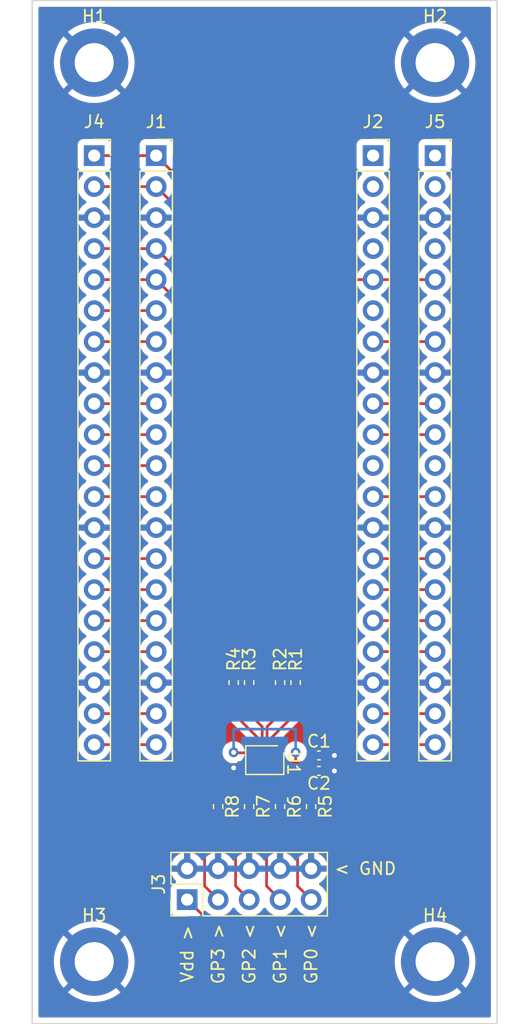
<source format=kicad_pcb>
(kicad_pcb (version 20211014) (generator pcbnew)
  (layers (0 "F.Cu" signal) (31 "B.Cu" signal) (34 "B.Paste" user) (35 "F.Paste" user) (36 "B.SilkS" user "B.Silkscreen") (37 "F.SilkS" user "F.Silkscreen") (38 "B.Mask" user) (39 "F.Mask" user) (44 "Edge.Cuts" user))
  (net 0 "")
  (net 1 "Net-(R1-Pad2)")
  (net 2 "Net-(R2-Pad2)")
  (net 3 "Net-(R3-Pad2)")
  (net 4 "Net-(R4-Pad2)")
  (net 5 "/GP7")
  (net 6 "/GP8")
  (net 7 "GND")
  (net 8 "Net-(C2-Pad1)")
  (net 9 "+3V3")
  (net 10 "/GP5")
  (net 11 "/GP6")
  (net 12 "/GP0")
  (net 13 "/GP1")
  (net 14 "/GP2")
  (net 15 "/GP3")
  (net 16 "/GP4")
  (net 17 "/GP9")
  (net 18 "/GP10")
  (net 19 "/GP11")
  (net 20 "/GP12")
  (net 21 "/GP13")
  (net 22 "/GP14")
  (net 23 "/GP15")
  (net 28 "/GP28")
  (net 29 "/GP27")
  (net 30 "/GP26")
  (net 32 "/GP22")
  (net 33 "/GP21")
  (net 34 "/GP20")
  (net 35 "/GP19")
  (net 36 "/GP18")
  (net 37 "/GP17")
  (net 38 "/GP16")
  (net 39 "Net-(J3-Pad9)")
  (net 40 "/b1")
  (net 41 "/b2")
  (net 42 "/b3")
  (net 43 "/b4")
  (net 44 "Net-(J3-Pad3)")
  (net 45 "Net-(J3-Pad5)")
  (net 46 "Net-(J3-Pad7)")
  (footprint "Connector_PinHeader_2.54mm:PinHeader_2x05_P2.54mm_Vertical" (layer "F.Cu") (at 93.98 119.38 90)
    (fp_text reference "J3" (at 1.27 -2.33 90) (layer "F.SilkS"))
    (fp_text value "Conn_02x05_Odd_Even")
    (fp_line (start 3.87 -1.33) (end 3.87 11.49) (layer "F.SilkS") (width 0.12))
    (fp_line (start -1.33 0) (end -1.33 -1.33) (layer "F.SilkS") (width 0.12))
    (fp_line (start -1.33 1.27) (end -1.33 11.49) (layer "F.SilkS") (width 0.12))
    (fp_line (start 1.27 -1.33) (end 3.87 -1.33) (layer "F.SilkS") (width 0.12))
    (fp_line (start 1.27 1.27) (end 1.27 -1.33) (layer "F.SilkS") (width 0.12))
    (fp_line (start -1.33 -1.33) (end 0 -1.33) (layer "F.SilkS") (width 0.12))
    (fp_line (start -1.33 11.49) (end 3.87 11.49) (layer "F.SilkS") (width 0.12))
    (fp_line (start -1.33 1.27) (end 1.27 1.27) (layer "F.SilkS") (width 0.12))
    (pad "1" thru_hole rect (at 0 0 90) (size 1.7 1.7) (drill 1) (layers *.Cu *.Mask) (net 8 "Net-(C2-Pad1)"))
    (pad "2" thru_hole oval (at 2.54 0 90) (size 1.7 1.7) (drill 1) (layers *.Cu *.Mask) (net 7 "GND"))
    (pad "3" thru_hole oval (at 0 2.54 90) (size 1.7 1.7) (drill 1) (layers *.Cu *.Mask) (net 44 "Net-(J3-Pad3)"))
    (pad "4" thru_hole oval (at 2.54 2.54 90) (size 1.7 1.7) (drill 1) (layers *.Cu *.Mask) (net 7 "GND"))
    (pad "5" thru_hole oval (at 0 5.08 90) (size 1.7 1.7) (drill 1) (layers *.Cu *.Mask) (net 45 "Net-(J3-Pad5)"))
    (pad "6" thru_hole oval (at 2.54 5.08 90) (size 1.7 1.7) (drill 1) (layers *.Cu *.Mask) (net 7 "GND"))
    (pad "7" thru_hole oval (at 0 7.62 90) (size 1.7 1.7) (drill 1) (layers *.Cu *.Mask) (net 46 "Net-(J3-Pad7)"))
    (pad "8" thru_hole oval (at 2.54 7.62 90) (size 1.7 1.7) (drill 1) (layers *.Cu *.Mask) (net 7 "GND"))
    (pad "9" thru_hole oval (at 0 10.16 90) (size 1.7 1.7) (drill 1) (layers *.Cu *.Mask) (net 39 "Net-(J3-Pad9)"))
    (pad "10" thru_hole oval (at 2.54 10.16 90) (size 1.7 1.7) (drill 1) (layers *.Cu *.Mask) (net 7 "GND"))
  )
  (footprint "Resistor_SMD:R_0402_1005Metric" (layer "F.Cu") (at 104.14 111.76 -90)
    (fp_text reference "R5" (at 0 -1.17 90) (layer "F.SilkS"))
    (fp_text value "82")
    (fp_line (start -0.153641 0.38) (end 0.153641 0.38) (layer "F.SilkS") (width 0.12))
    (fp_line (start -0.153641 -0.38) (end 0.153641 -0.38) (layer "F.SilkS") (width 0.12))
    (pad "1" smd roundrect (at -0.51 0 270) (size 0.54 0.64) (layers "F.Cu" "F.Paste" "F.Mask") (net 40 "/b1"))
    (pad "2" smd roundrect (at 0.51 0 270) (size 0.54 0.64) (layers "F.Cu" "F.Paste" "F.Mask") (net 39 "Net-(J3-Pad9)"))
  )
  (footprint "Resistor_SMD:R_0402_1005Metric" (layer "F.Cu") (at 99.06 101.6 -90)
    (fp_text reference "R3" (at -1.905 0 90) (layer "F.SilkS"))
    (fp_text value "470")
    (fp_line (start -0.153641 0.38) (end 0.153641 0.38) (layer "F.SilkS") (width 0.12))
    (fp_line (start -0.153641 -0.38) (end 0.153641 -0.38) (layer "F.SilkS") (width 0.12))
    (pad "1" smd roundrect (at -0.51 0 270) (size 0.54 0.64) (layers "F.Cu" "F.Paste" "F.Mask") (net 14 "/GP2"))
    (pad "2" smd roundrect (at 0.51 0 270) (size 0.54 0.64) (layers "F.Cu" "F.Paste" "F.Mask") (net 3 "Net-(R3-Pad2)"))
  )
  (footprint "Capacitor_SMD:C_0402_1005Metric" (layer "F.Cu") (at 104.775 108.835)
    (fp_text reference "C2" (at 0 1.02) (layer "F.SilkS"))
    (fp_text value "100n")
    (fp_line (start -0.107836 -0.36) (end 0.107836 -0.36) (layer "F.SilkS") (width 0.12))
    (fp_line (start -0.107836 0.36) (end 0.107836 0.36) (layer "F.SilkS") (width 0.12))
    (pad "1" smd roundrect (at -0.48 0) (size 0.56 0.62) (layers "F.Cu" "F.Paste" "F.Mask") (net 8 "Net-(C2-Pad1)"))
    (pad "2" smd roundrect (at 0.48 0) (size 0.56 0.62) (layers "F.Cu" "F.Paste" "F.Mask") (net 7 "GND"))
  )
  (footprint "Resistor_SMD:R_0402_1005Metric" (layer "F.Cu") (at 97.79 101.6 -90)
    (fp_text reference "R4" (at -1.905 0 90) (layer "F.SilkS"))
    (fp_text value "470")
    (fp_line (start -0.153641 0.38) (end 0.153641 0.38) (layer "F.SilkS") (width 0.12))
    (fp_line (start -0.153641 -0.38) (end 0.153641 -0.38) (layer "F.SilkS") (width 0.12))
    (pad "1" smd roundrect (at -0.51 0 270) (size 0.54 0.64) (layers "F.Cu" "F.Paste" "F.Mask") (net 15 "/GP3"))
    (pad "2" smd roundrect (at 0.51 0 270) (size 0.54 0.64) (layers "F.Cu" "F.Paste" "F.Mask") (net 4 "Net-(R4-Pad2)"))
  )
  (footprint "Resistor_SMD:R_0402_1005Metric" (layer "F.Cu") (at 101.6 101.6 -90)
    (fp_text reference "R2" (at -1.905 0 90) (layer "F.SilkS"))
    (fp_text value "470")
    (fp_line (start -0.153641 -0.38) (end 0.153641 -0.38) (layer "F.SilkS") (width 0.12))
    (fp_line (start -0.153641 0.38) (end 0.153641 0.38) (layer "F.SilkS") (width 0.12))
    (pad "1" smd roundrect (at -0.51 0 270) (size 0.54 0.64) (layers "F.Cu" "F.Paste" "F.Mask") (net 13 "/GP1"))
    (pad "2" smd roundrect (at 0.51 0 270) (size 0.54 0.64) (layers "F.Cu" "F.Paste" "F.Mask") (net 2 "Net-(R2-Pad2)"))
  )
  (footprint "MountingHole:MountingHole_3.2mm_M3_DIN965_Pad" (layer "F.Cu") (at 86.36 50.8)
    (fp_text reference "H1" (at 0 -3.8) (layer "F.SilkS"))
    (fp_text value "MountingHole_Pad")
    (pad "1" thru_hole circle (at 0 0) (size 5.6 5.6) (drill 3.2) (layers *.Cu *.Mask) (net 7 "GND"))
  )
  (footprint "Connector_PinSocket_2.54mm:PinSocket_1x20_P2.54mm_Vertical" (layer "F.Cu") (at 114.3 58.42)
    (fp_text reference "J5" (at 0 -2.77) (layer "F.SilkS"))
    (fp_text value "Conn_01x20_Female")
    (fp_line (start 1.33 1.27) (end 1.33 49.59) (layer "F.SilkS") (width 0.12))
    (fp_line (start -1.33 1.27) (end 1.33 1.27) (layer "F.SilkS") (width 0.12))
    (fp_line (start -1.33 49.59) (end 1.33 49.59) (layer "F.SilkS") (width 0.12))
    (fp_line (start -1.33 1.27) (end -1.33 49.59) (layer "F.SilkS") (width 0.12))
    (fp_line (start 0 -1.33) (end 1.33 -1.33) (layer "F.SilkS") (width 0.12))
    (fp_line (start 1.33 -1.33) (end 1.33 0) (layer "F.SilkS") (width 0.12))
    (pad "1" thru_hole rect (at 0 0) (size 1.7 1.7) (drill 1) (layers *.Cu *.Mask))
    (pad "2" thru_hole oval (at 0 2.54) (size 1.7 1.7) (drill 1) (layers *.Cu *.Mask))
    (pad "3" thru_hole oval (at 0 5.08) (size 1.7 1.7) (drill 1) (layers *.Cu *.Mask) (net 7 "GND"))
    (pad "4" thru_hole oval (at 0 7.62) (size 1.7 1.7) (drill 1) (layers *.Cu *.Mask))
    (pad "5" thru_hole oval (at 0 10.16) (size 1.7 1.7) (drill 1) (layers *.Cu *.Mask) (net 9 "+3V3"))
    (pad "6" thru_hole oval (at 0 12.7) (size 1.7 1.7) (drill 1) (layers *.Cu *.Mask))
    (pad "7" thru_hole oval (at 0 15.24) (size 1.7 1.7) (drill 1) (layers *.Cu *.Mask) (net 28 "/GP28"))
    (pad "8" thru_hole oval (at 0 17.78) (size 1.7 1.7) (drill 1) (layers *.Cu *.Mask) (net 7 "GND"))
    (pad "9" thru_hole oval (at 0 20.32) (size 1.7 1.7) (drill 1) (layers *.Cu *.Mask) (net 29 "/GP27"))
    (pad "10" thru_hole oval (at 0 22.86) (size 1.7 1.7) (drill 1) (layers *.Cu *.Mask) (net 30 "/GP26"))
    (pad "11" thru_hole oval (at 0 25.4) (size 1.7 1.7) (drill 1) (layers *.Cu *.Mask))
    (pad "12" thru_hole oval (at 0 27.94) (size 1.7 1.7) (drill 1) (layers *.Cu *.Mask) (net 32 "/GP22"))
    (pad "13" thru_hole oval (at 0 30.48) (size 1.7 1.7) (drill 1) (layers *.Cu *.Mask) (net 7 "GND"))
    (pad "14" thru_hole oval (at 0 33.02) (size 1.7 1.7) (drill 1) (layers *.Cu *.Mask) (net 33 "/GP21"))
    (pad "15" thru_hole oval (at 0 35.56) (size 1.7 1.7) (drill 1) (layers *.Cu *.Mask) (net 34 "/GP20"))
    (pad "16" thru_hole oval (at 0 38.1) (size 1.7 1.7) (drill 1) (layers *.Cu *.Mask) (net 35 "/GP19"))
    (pad "17" thru_hole oval (at 0 40.64) (size 1.7 1.7) (drill 1) (layers *.Cu *.Mask) (net 36 "/GP18"))
    (pad "18" thru_hole oval (at 0 43.18) (size 1.7 1.7) (drill 1) (layers *.Cu *.Mask) (net 7 "GND"))
    (pad "19" thru_hole oval (at 0 45.72) (size 1.7 1.7) (drill 1) (layers *.Cu *.Mask) (net 37 "/GP17"))
    (pad "20" thru_hole oval (at 0 48.26) (size 1.7 1.7) (drill 1) (layers *.Cu *.Mask) (net 38 "/GP16"))
  )
  (footprint "Connector_PinSocket_2.54mm:PinSocket_1x20_P2.54mm_Vertical" (layer "F.Cu") (at 91.44 58.42)
    (fp_text reference "J1" (at 0 -2.77) (layer "F.SilkS"))
    (fp_text value "Conn_01x20_Female")
    (fp_line (start -1.33 49.59) (end 1.33 49.59) (layer "F.SilkS") (width 0.12))
    (fp_line (start 1.33 1.27) (end 1.33 49.59) (layer "F.SilkS") (width 0.12))
    (fp_line (start 1.33 -1.33) (end 1.33 0) (layer "F.SilkS") (width 0.12))
    (fp_line (start 0 -1.33) (end 1.33 -1.33) (layer "F.SilkS") (width 0.12))
    (fp_line (start -1.33 1.27) (end -1.33 49.59) (layer "F.SilkS") (width 0.12))
    (fp_line (start -1.33 1.27) (end 1.33 1.27) (layer "F.SilkS") (width 0.12))
    (pad "1" thru_hole rect (at 0 0) (size 1.7 1.7) (drill 1) (layers *.Cu *.Mask) (net 12 "/GP0"))
    (pad "2" thru_hole oval (at 0 2.54) (size 1.7 1.7) (drill 1) (layers *.Cu *.Mask) (net 13 "/GP1"))
    (pad "3" thru_hole oval (at 0 5.08) (size 1.7 1.7) (drill 1) (layers *.Cu *.Mask) (net 7 "GND"))
    (pad "4" thru_hole oval (at 0 7.62) (size 1.7 1.7) (drill 1) (layers *.Cu *.Mask) (net 14 "/GP2"))
    (pad "5" thru_hole oval (at 0 10.16) (size 1.7 1.7) (drill 1) (layers *.Cu *.Mask) (net 15 "/GP3"))
    (pad "6" thru_hole oval (at 0 12.7) (size 1.7 1.7) (drill 1) (layers *.Cu *.Mask) (net 16 "/GP4"))
    (pad "7" thru_hole oval (at 0 15.24) (size 1.7 1.7) (drill 1) (layers *.Cu *.Mask) (net 10 "/GP5"))
    (pad "8" thru_hole oval (at 0 17.78) (size 1.7 1.7) (drill 1) (layers *.Cu *.Mask) (net 7 "GND"))
    (pad "9" thru_hole oval (at 0 20.32) (size 1.7 1.7) (drill 1) (layers *.Cu *.Mask) (net 11 "/GP6"))
    (pad "10" thru_hole oval (at 0 22.86) (size 1.7 1.7) (drill 1) (layers *.Cu *.Mask) (net 5 "/GP7"))
    (pad "11" thru_hole oval (at 0 25.4) (size 1.7 1.7) (drill 1) (layers *.Cu *.Mask) (net 6 "/GP8"))
    (pad "12" thru_hole oval (at 0 27.94) (size 1.7 1.7) (drill 1) (layers *.Cu *.Mask) (net 17 "/GP9"))
    (pad "13" thru_hole oval (at 0 30.48) (size 1.7 1.7) (drill 1) (layers *.Cu *.Mask) (net 7 "GND"))
    (pad "14" thru_hole oval (at 0 33.02) (size 1.7 1.7) (drill 1) (layers *.Cu *.Mask) (net 18 "/GP10"))
    (pad "15" thru_hole oval (at 0 35.56) (size 1.7 1.7) (drill 1) (layers *.Cu *.Mask) (net 19 "/GP11"))
    (pad "16" thru_hole oval (at 0 38.1) (size 1.7 1.7) (drill 1) (layers *.Cu *.Mask) (net 20 "/GP12"))
    (pad "17" thru_hole oval (at 0 40.64) (size 1.7 1.7) (drill 1) (layers *.Cu *.Mask) (net 21 "/GP13"))
    (pad "18" thru_hole oval (at 0 43.18) (size 1.7 1.7) (drill 1) (layers *.Cu *.Mask) (net 7 "GND"))
    (pad "19" thru_hole oval (at 0 45.72) (size 1.7 1.7) (drill 1) (layers *.Cu *.Mask) (net 22 "/GP14"))
    (pad "20" thru_hole oval (at 0 48.26) (size 1.7 1.7) (drill 1) (layers *.Cu *.Mask) (net 23 "/GP15"))
  )
  (footprint "Resistor_SMD:R_0402_1005Metric" (layer "F.Cu") (at 102.87 101.6 -90)
    (fp_text reference "R1" (at -1.905 0 90) (layer "F.SilkS"))
    (fp_text value "470")
    (fp_line (start -0.153641 -0.38) (end 0.153641 -0.38) (layer "F.SilkS") (width 0.12))
    (fp_line (start -0.153641 0.38) (end 0.153641 0.38) (layer "F.SilkS") (width 0.12))
    (pad "1" smd roundrect (at -0.51 0 270) (size 0.54 0.64) (layers "F.Cu" "F.Paste" "F.Mask") (net 12 "/GP0"))
    (pad "2" smd roundrect (at 0.51 0 270) (size 0.54 0.64) (layers "F.Cu" "F.Paste" "F.Mask") (net 1 "Net-(R1-Pad2)"))
  )
  (footprint "MountingHole:MountingHole_3.2mm_M3_DIN965_Pad" (layer "F.Cu") (at 114.3 124.46)
    (fp_text reference "H4" (at 0 -3.8) (layer "F.SilkS"))
    (fp_text value "MountingHole_Pad")
    (pad "1" thru_hole circle (at 0 0) (size 5.6 5.6) (drill 3.2) (layers *.Cu *.Mask) (net 7 "GND"))
  )
  (footprint "Connector_PinSocket_2.54mm:PinSocket_1x20_P2.54mm_Vertical" (layer "F.Cu") (at 109.22 58.42)
    (fp_text reference "J2" (at 0 -2.77) (layer "F.SilkS"))
    (fp_text value "Conn_01x20_Female")
    (fp_line (start -1.33 1.27) (end 1.33 1.27) (layer "F.SilkS") (width 0.12))
    (fp_line (start 0 -1.33) (end 1.33 -1.33) (layer "F.SilkS") (width 0.12))
    (fp_line (start 1.33 1.27) (end 1.33 49.59) (layer "F.SilkS") (width 0.12))
    (fp_line (start -1.33 1.27) (end -1.33 49.59) (layer "F.SilkS") (width 0.12))
    (fp_line (start -1.33 49.59) (end 1.33 49.59) (layer "F.SilkS") (width 0.12))
    (fp_line (start 1.33 -1.33) (end 1.33 0) (layer "F.SilkS") (width 0.12))
    (pad "1" thru_hole rect (at 0 0) (size 1.7 1.7) (drill 1) (layers *.Cu *.Mask))
    (pad "2" thru_hole oval (at 0 2.54) (size 1.7 1.7) (drill 1) (layers *.Cu *.Mask))
    (pad "3" thru_hole oval (at 0 5.08) (size 1.7 1.7) (drill 1) (layers *.Cu *.Mask) (net 7 "GND"))
    (pad "4" thru_hole oval (at 0 7.62) (size 1.7 1.7) (drill 1) (layers *.Cu *.Mask))
    (pad "5" thru_hole oval (at 0 10.16) (size 1.7 1.7) (drill 1) (layers *.Cu *.Mask) (net 9 "+3V3"))
    (pad "6" thru_hole oval (at 0 12.7) (size 1.7 1.7) (drill 1) (layers *.Cu *.Mask))
    (pad "7" thru_hole oval (at 0 15.24) (size 1.7 1.7) (drill 1) (layers *.Cu *.Mask) (net 28 "/GP28"))
    (pad "8" thru_hole oval (at 0 17.78) (size 1.7 1.7) (drill 1) (layers *.Cu *.Mask) (net 7 "GND"))
    (pad "9" thru_hole oval (at 0 20.32) (size 1.7 1.7) (drill 1) (layers *.Cu *.Mask) (net 29 "/GP27"))
    (pad "10" thru_hole oval (at 0 22.86) (size 1.7 1.7) (drill 1) (layers *.Cu *.Mask) (net 30 "/GP26"))
    (pad "11" thru_hole oval (at 0 25.4) (size 1.7 1.7) (drill 1) (layers *.Cu *.Mask))
    (pad "12" thru_hole oval (at 0 27.94) (size 1.7 1.7) (drill 1) (layers *.Cu *.Mask) (net 32 "/GP22"))
    (pad "13" thru_hole oval (at 0 30.48) (size 1.7 1.7) (drill 1) (layers *.Cu *.Mask) (net 7 "GND"))
    (pad "14" thru_hole oval (at 0 33.02) (size 1.7 1.7) (drill 1) (layers *.Cu *.Mask) (net 33 "/GP21"))
    (pad "15" thru_hole oval (at 0 35.56) (size 1.7 1.7) (drill 1) (layers *.Cu *.Mask) (net 34 "/GP20"))
    (pad "16" thru_hole oval (at 0 38.1) (size 1.7 1.7) (drill 1) (layers *.Cu *.Mask) (net 35 "/GP19"))
    (pad "17" thru_hole oval (at 0 40.64) (size 1.7 1.7) (drill 1) (layers *.Cu *.Mask) (net 36 "/GP18"))
    (pad "18" thru_hole oval (at 0 43.18) (size 1.7 1.7) (drill 1) (layers *.Cu *.Mask) (net 7 "GND"))
    (pad "19" thru_hole oval (at 0 45.72) (size 1.7 1.7) (drill 1) (layers *.Cu *.Mask) (net 37 "/GP17"))
    (pad "20" thru_hole oval (at 0 48.26) (size 1.7 1.7) (drill 1) (layers *.Cu *.Mask) (net 38 "/GP16"))
  )
  (footprint "Capacitor_SMD:C_0402_1005Metric" (layer "F.Cu") (at 104.775 107.565)
    (fp_text reference "C1" (at 0 -1.16) (layer "F.SilkS"))
    (fp_text value "100n")
    (fp_line (start -0.107836 0.36) (end 0.107836 0.36) (layer "F.SilkS") (width 0.12))
    (fp_line (start -0.107836 -0.36) (end 0.107836 -0.36) (layer "F.SilkS") (width 0.12))
    (pad "1" smd roundrect (at -0.48 0) (size 0.56 0.62) (layers "F.Cu" "F.Paste" "F.Mask") (net 9 "+3V3"))
    (pad "2" smd roundrect (at 0.48 0) (size 0.56 0.62) (layers "F.Cu" "F.Paste" "F.Mask") (net 7 "GND"))
  )
  (footprint "levelShifter:XQFN16" (layer "F.Cu") (at 100.33 107.95 -90)
    (fp_text reference "U1" (at 0.25 -2.375 -90 unlocked) (layer "F.SilkS"))
    (fp_text value "SN74AVC4T774GUX")
    (fp_line (start -0.575 -1.575) (end 1.175 -1.575) (layer "F.SilkS") (width 0.12))
    (fp_line (start -1.175 1.55) (end 1.175 1.55) (layer "F.SilkS") (width 0.12))
    (fp_line (start 1.175 -1.575) (end 1.175 1.55) (layer "F.SilkS") (width 0.12))
    (fp_line (start -1.175 -1.05) (end -1.175 1.55) (layer "F.SilkS") (width 0.12))
    (pad "1" smd rect (at -0.725 -0.6 270) (size 0.65 0.22) (layers "F.Cu" "F.Paste" "F.Mask") (net 1 "Net-(R1-Pad2)"))
    (pad "2" smd rect (at -0.775 -0.2 270) (size 0.55 0.22) (layers "F.Cu" "F.Paste" "F.Mask") (net 2 "Net-(R2-Pad2)"))
    (pad "3" smd rect (at -0.775 0.2 270) (size 0.55 0.22) (layers "F.Cu" "F.Paste" "F.Mask") (net 3 "Net-(R3-Pad2)"))
    (pad "4" smd rect (at -0.775 0.6 270) (size 0.55 0.22) (layers "F.Cu" "F.Paste" "F.Mask") (net 4 "Net-(R4-Pad2)"))
    (pad "5" smd rect (at -0.6 1.175 270) (size 0.22 0.55) (layers "F.Cu" "F.Paste" "F.Mask") (net 9 "+3V3"))
    (pad "6" smd rect (at -0.2 1.175 270) (size 0.22 0.55) (layers "F.Cu" "F.Paste" "F.Mask") (net 7 "GND"))
    (pad "7" smd rect (at 0.2 1.175 270) (size 0.22 0.55) (layers "F.Cu" "F.Paste" "F.Mask") (net 7 "GND"))
    (pad "8" smd rect (at 0.6 1.175 270) (size 0.22 0.55) (layers "F.Cu" "F.Paste" "F.Mask") (net 7 "GND"))
    (pad "9" smd rect (at 0.775 0.6 270) (size 0.55 0.22) (layers "F.Cu" "F.Paste" "F.Mask") (net 43 "/b4"))
    (pad "10" smd rect (at 0.775 0.2 270) (size 0.55 0.22) (layers "F.Cu" "F.Paste" "F.Mask") (net 42 "/b3"))
    (pad "11" smd rect (at 0.775 -0.2 270) (size 0.55 0.22) (layers "F.Cu" "F.Paste" "F.Mask") (net 41 "/b2"))
    (pad "12" smd rect (at 0.775 -0.6 270) (size 0.55 0.22) (layers "F.Cu" "F.Paste" "F.Mask") (net 40 "/b1"))
    (pad "13" smd rect (at 0.6 -1.175 270) (size 0.22 0.55) (layers "F.Cu" "F.Paste" "F.Mask") (net 8 "Net-(C2-Pad1)"))
    (pad "14" smd rect (at 0.2 -1.175 270) (size 0.22 0.55) (layers "F.Cu" "F.Paste" "F.Mask") (net 9 "+3V3"))
    (pad "15" smd rect (at -0.2 -1.175 270) (size 0.22 0.55) (layers "F.Cu" "F.Paste" "F.Mask") (net 9 "+3V3"))
    (pad "16" smd rect (at -0.6 -1.175 270) (size 0.22 0.55) (layers "F.Cu" "F.Paste" "F.Mask") (net 9 "+3V3"))
  )
  (footprint "MountingHole:MountingHole_3.2mm_M3_DIN965_Pad" (layer "F.Cu") (at 114.3 50.8)
    (fp_text reference "H2" (at 0 -3.8) (layer "F.SilkS"))
    (fp_text value "MountingHole_Pad")
    (pad "1" thru_hole circle (at 0 0) (size 5.6 5.6) (drill 3.2) (layers *.Cu *.Mask) (net 7 "GND"))
  )
  (footprint "MountingHole:MountingHole_3.2mm_M3_DIN965_Pad" (layer "F.Cu") (at 86.36 124.46)
    (fp_text reference "H3" (at 0 -3.8) (layer "F.SilkS"))
    (fp_text value "MountingHole_Pad")
    (pad "1" thru_hole circle (at 0 0) (size 5.6 5.6) (drill 3.2) (layers *.Cu *.Mask) (net 7 "GND"))
  )
  (footprint "Resistor_SMD:R_0402_1005Metric" (layer "F.Cu") (at 101.6 111.76 -90)
    (fp_text reference "R6" (at 0 -1.17 90) (layer "F.SilkS"))
    (fp_text value "82")
    (fp_line (start -0.153641 -0.38) (end 0.153641 -0.38) (layer "F.SilkS") (width 0.12))
    (fp_line (start -0.153641 0.38) (end 0.153641 0.38) (layer "F.SilkS") (width 0.12))
    (pad "1" smd roundrect (at -0.51 0 270) (size 0.54 0.64) (layers "F.Cu" "F.Paste" "F.Mask") (net 41 "/b2"))
    (pad "2" smd roundrect (at 0.51 0 270) (size 0.54 0.64) (layers "F.Cu" "F.Paste" "F.Mask") (net 46 "Net-(J3-Pad7)"))
  )
  (footprint "Resistor_SMD:R_0402_1005Metric" (layer "F.Cu") (at 96.52 111.76 -90)
    (fp_text reference "R8" (at 0 -1.17 90) (layer "F.SilkS"))
    (fp_text value "82")
    (fp_line (start -0.153641 -0.38) (end 0.153641 -0.38) (layer "F.SilkS") (width 0.12))
    (fp_line (start -0.153641 0.38) (end 0.153641 0.38) (layer "F.SilkS") (width 0.12))
    (pad "1" smd roundrect (at -0.51 0 270) (size 0.54 0.64) (layers "F.Cu" "F.Paste" "F.Mask") (net 43 "/b4"))
    (pad "2" smd roundrect (at 0.51 0 270) (size 0.54 0.64) (layers "F.Cu" "F.Paste" "F.Mask") (net 44 "Net-(J3-Pad3)"))
  )
  (footprint "Connector_PinSocket_2.54mm:PinSocket_1x20_P2.54mm_Vertical" (layer "F.Cu") (at 86.36 58.42)
    (fp_text reference "J4" (at 0 -2.77) (layer "F.SilkS"))
    (fp_text value "Conn_01x20_Female")
    (fp_line (start -1.33 1.27) (end -1.33 49.59) (layer "F.SilkS") (width 0.12))
    (fp_line (start -1.33 1.27) (end 1.33 1.27) (layer "F.SilkS") (width 0.12))
    (fp_line (start 0 -1.33) (end 1.33 -1.33) (layer "F.SilkS") (width 0.12))
    (fp_line (start 1.33 1.27) (end 1.33 49.59) (layer "F.SilkS") (width 0.12))
    (fp_line (start -1.33 49.59) (end 1.33 49.59) (layer "F.SilkS") (width 0.12))
    (fp_line (start 1.33 -1.33) (end 1.33 0) (layer "F.SilkS") (width 0.12))
    (pad "1" thru_hole rect (at 0 0) (size 1.7 1.7) (drill 1) (layers *.Cu *.Mask) (net 12 "/GP0"))
    (pad "2" thru_hole oval (at 0 2.54) (size 1.7 1.7) (drill 1) (layers *.Cu *.Mask) (net 13 "/GP1"))
    (pad "3" thru_hole oval (at 0 5.08) (size 1.7 1.7) (drill 1) (layers *.Cu *.Mask) (net 7 "GND"))
    (pad "4" thru_hole oval (at 0 7.62) (size 1.7 1.7) (drill 1) (layers *.Cu *.Mask) (net 14 "/GP2"))
    (pad "5" thru_hole oval (at 0 10.16) (size 1.7 1.7) (drill 1) (layers *.Cu *.Mask) (net 15 "/GP3"))
    (pad "6" thru_hole oval (at 0 12.7) (size 1.7 1.7) (drill 1) (layers *.Cu *.Mask) (net 16 "/GP4"))
    (pad "7" thru_hole oval (at 0 15.24) (size 1.7 1.7) (drill 1) (layers *.Cu *.Mask) (net 10 "/GP5"))
    (pad "8" thru_hole oval (at 0 17.78) (size 1.7 1.7) (drill 1) (layers *.Cu *.Mask) (net 7 "GND"))
    (pad "9" thru_hole oval (at 0 20.32) (size 1.7 1.7) (drill 1) (layers *.Cu *.Mask) (net 11 "/GP6"))
    (pad "10" thru_hole oval (at 0 22.86) (size 1.7 1.7) (drill 1) (layers *.Cu *.Mask) (net 5 "/GP7"))
    (pad "11" thru_hole oval (at 0 25.4) (size 1.7 1.7) (drill 1) (layers *.Cu *.Mask) (net 6 "/GP8"))
    (pad "12" thru_hole oval (at 0 27.94) (size 1.7 1.7) (drill 1) (layers *.Cu *.Mask) (net 17 "/GP9"))
    (pad "13" thru_hole oval (at 0 30.48) (size 1.7 1.7) (drill 1) (layers *.Cu *.Mask) (net 7 "GND"))
    (pad "14" thru_hole oval (at 0 33.02) (size 1.7 1.7) (drill 1) (layers *.Cu *.Mask) (net 18 "/GP10"))
    (pad "15" thru_hole oval (at 0 35.56) (size 1.7 1.7) (drill 1) (layers *.Cu *.Mask) (net 19 "/GP11"))
    (pad "16" thru_hole oval (at 0 38.1) (size 1.7 1.7) (drill 1) (layers *.Cu *.Mask) (net 20 "/GP12"))
    (pad "17" thru_hole oval (at 0 40.64) (size 1.7 1.7) (drill 1) (layers *.Cu *.Mask) (net 21 "/GP13"))
    (pad "18" thru_hole oval (at 0 43.18) (size 1.7 1.7) (drill 1) (layers *.Cu *.Mask) (net 7 "GND"))
    (pad "19" thru_hole oval (at 0 45.72) (size 1.7 1.7) (drill 1) (layers *.Cu *.Mask) (net 22 "/GP14"))
    (pad "20" thru_hole oval (at 0 48.26) (size 1.7 1.7) (drill 1) (layers *.Cu *.Mask) (net 23 "/GP15"))
  )
  (footprint "Resistor_SMD:R_0402_1005Metric" (layer "F.Cu") (at 99.06 111.76 -90)
    (fp_text reference "R7" (at 0 -1.17 90) (layer "F.SilkS"))
    (fp_text value "82")
    (fp_line (start -0.153641 -0.38) (end 0.153641 -0.38) (layer "F.SilkS") (width 0.12))
    (fp_line (start -0.153641 0.38) (end 0.153641 0.38) (layer "F.SilkS") (width 0.12))
    (pad "1" smd roundrect (at -0.51 0 270) (size 0.54 0.64) (layers "F.Cu" "F.Paste" "F.Mask") (net 42 "/b3"))
    (pad "2" smd roundrect (at 0.51 0 270) (size 0.54 0.64) (layers "F.Cu" "F.Paste" "F.Mask") (net 45 "Net-(J3-Pad5)"))
  )
  (gr_line (start 119.38 129.54) (end 119.38 45.72) (layer "Edge.Cuts") (width 0.1))
  (gr_line (start 81.28 45.72) (end 81.28 129.54) (layer "Edge.Cuts") (width 0.1))
  (gr_line (start 119.38 45.72) (end 81.28 45.72) (layer "Edge.Cuts") (width 0.1))
  (gr_line (start 81.28 129.54) (end 119.38 129.54) (layer "Edge.Cuts") (width 0.1))
  (gr_text "GP0 <" (at 104.14 123.825 90) (layer "F.SilkS") (effects (font (size 1 1))))
  (gr_text "GP1 <" (at 101.6 123.825 90) (layer "F.SilkS") (effects (font (size 1 1))))
  (gr_text "Vdd >" (at 93.98 123.825 90) (layer "F.SilkS") (effects (font (size 1 1))))
  (gr_text "GP3 >" (at 96.52 123.825 90) (layer "F.SilkS") (effects (font (size 1 1))))
  (gr_text "GP2 <" (at 99.06 123.825 90) (layer "F.SilkS") (effects (font (size 1 1))))
  (gr_text "< GND" (at 108.585 116.84) (layer "F.SilkS") (effects (font (size 1 1))))
  (segment (start 100.93 106.08) (end 102.87 104.14) (width 0.22) (layer "F.Cu") (net 1))
  (segment (start 100.93 107.225) (end 100.93 106.08) (width 0.22) (layer "F.Cu") (net 1))
  (segment (start 102.87 104.14) (end 102.87 102.11) (width 0.22) (layer "F.Cu") (net 1))
  (segment (start 100.53 105.21) (end 101.6 104.14) (width 0.22) (layer "F.Cu") (net 2))
  (segment (start 101.6 104.14) (end 101.6 102.11) (width 0.22) (layer "F.Cu") (net 2))
  (segment (start 100.53 107.175) (end 100.53 105.21) (width 0.22) (layer "F.Cu") (net 2))
  (segment (start 100.13 105.21) (end 99.06 104.14) (width 0.22) (layer "F.Cu") (net 3))
  (segment (start 99.06 104.14) (end 99.06 102.11) (width 0.22) (layer "F.Cu") (net 3))
  (segment (start 100.13 107.175) (end 100.13 105.21) (width 0.22) (layer "F.Cu") (net 3))
  (segment (start 97.79 104.14) (end 97.79 102.11) (width 0.22) (layer "F.Cu") (net 4))
  (segment (start 99.73 106.08) (end 97.79 104.14) (width 0.22) (layer "F.Cu") (net 4))
  (segment (start 99.73 107.175) (end 99.73 106.08) (width 0.22) (layer "F.Cu") (net 4))
  (segment (start 91.44 81.28) (end 86.36 81.28) (width 0.22) (layer "F.Cu") (net 5))
  (segment (start 91.44 83.82) (end 86.36 83.82) (width 0.22) (layer "F.Cu") (net 6))
  (segment (start 114.3 101.6) (end 109.22 101.6) (width 0.22) (layer "F.Cu") (net 7))
  (segment (start 105.255 108.835) (end 106.045 108.835) (width 0.22) (layer "F.Cu") (net 7))
  (segment (start 99.155 108.55) (end 99.155 108.15) (width 0.22) (layer "F.Cu") (net 7))
  (segment (start 91.44 101.6) (end 86.36 101.6) (width 0.22) (layer "F.Cu") (net 7))
  (segment (start 105.255 107.565) (end 106.045 107.565) (width 0.22) (layer "F.Cu") (net 7))
  (segment (start 99.155 108.15) (end 99.155 107.75) (width 0.22) (layer "F.Cu") (net 7))
  (segment (start 114.3 63.5) (end 109.22 63.5) (width 0.22) (layer "F.Cu") (net 7))
  (segment (start 97.79 108.585) (end 98.225 108.15) (width 0.22) (layer "F.Cu") (net 7))
  (segment (start 86.36 63.5) (end 91.44 63.5) (width 0.22) (layer "F.Cu") (net 7))
  (segment (start 91.44 88.9) (end 86.36 88.9) (width 0.22) (layer "F.Cu") (net 7))
  (segment (start 98.225 108.15) (end 99.155 108.15) (width 0.22) (layer "F.Cu") (net 7))
  (segment (start 114.3 76.2) (end 109.22 76.2) (width 0.22) (layer "F.Cu") (net 7))
  (segment (start 114.3 88.9) (end 109.22 88.9) (width 0.22) (layer "F.Cu") (net 7))
  (segment (start 91.44 76.2) (end 86.36 76.2) (width 0.22) (layer "F.Cu") (net 7))
  (via (at 97.79 108.585) (size 0.8) (drill 0.4) (layers "F.Cu" "B.Cu") (net 7))
  (via (at 106.045 108.835) (size 0.8) (drill 0.4) (layers "F.Cu" "B.Cu") (net 7))
  (via (at 106.045 107.565) (size 0.8) (drill 0.4) (layers "F.Cu" "B.Cu") (net 7))
  (segment (start 104.01 108.55) (end 101.505 108.55) (width 0.22) (layer "F.Cu") (net 8))
  (segment (start 104.775 121.285) (end 106.045 120.015) (width 0.22) (layer "F.Cu") (net 8))
  (segment (start 93.98 119.38) (end 95.885 121.285) (width 0.22) (layer "F.Cu") (net 8))
  (segment (start 104.295 108.835) (end 104.01 108.55) (width 0.22) (layer "F.Cu") (net 8))
  (segment (start 95.885 121.285) (end 104.775 121.285) (width 0.22) (layer "F.Cu") (net 8))
  (segment (start 106.045 120.015) (end 106.045 110.49) (width 0.22) (layer "F.Cu") (net 8))
  (segment (start 106.045 110.74) (end 104.105 108.8) (width 0.22) (layer "F.Cu") (net 8))
  (segment (start 101.505 108.15) (end 103.07 108.15) (width 0.22) (layer "F.Cu") (net 9))
  (segment (start 107.315 69.215) (end 107.95 68.58) (width 0.22) (layer "F.Cu") (net 9))
  (segment (start 102.87 107.95) (end 103.07 108.15) (width 0.22) (layer "F.Cu") (net 9))
  (segment (start 103.07 108.15) (end 103.71 108.15) (width 0.22) (layer "F.Cu") (net 9))
  (segment (start 104.295 107.565) (end 104.295 107.16) (width 0.22) (layer "F.Cu") (net 9))
  (segment (start 101.505 108.15) (end 101.505 107.75) (width 0.22) (layer "F.Cu") (net 9))
  (segment (start 97.825 107.35) (end 97.79 107.315) (width 0.22) (layer "F.Cu") (net 9))
  (segment (start 99.155 107.35) (end 97.825 107.35) (width 0.22) (layer "F.Cu") (net 9))
  (segment (start 107.315 104.14) (end 107.315 69.215) (width 0.22) (layer "F.Cu") (net 9))
  (segment (start 114.3 68.58) (end 109.22 68.58) (width 0.22) (layer "F.Cu") (net 9))
  (segment (start 107.95 68.58) (end 109.22 68.58) (width 0.22) (layer "F.Cu") (net 9))
  (segment (start 104.295 107.16) (end 107.315 104.14) (width 0.22) (layer "F.Cu") (net 9))
  (segment (start 103.71 108.15) (end 104.295 107.565) (width 0.22) (layer "F.Cu") (net 9))
  (segment (start 101.505 107.75) (end 101.505 107.35) (width 0.22) (layer "F.Cu") (net 9))
  (segment (start 102.87 107.315) (end 102.87 107.95) (width 0.22) (layer "F.Cu") (net 9))
  (via (at 102.87 107.315) (size 0.8) (drill 0.4) (layers "F.Cu" "B.Cu") (net 9))
  (via (at 97.79 107.315) (size 0.8) (drill 0.4) (layers "F.Cu" "B.Cu") (net 9))
  (segment (start 97.79 105.41) (end 102.87 105.41) (width 0.22) (layer "B.Cu") (net 9))
  (segment (start 102.87 105.41) (end 102.87 107.315) (width 0.22) (layer "B.Cu") (net 9))
  (segment (start 97.79 107.315) (end 97.79 105.41) (width 0.22) (layer "B.Cu") (net 9))
  (segment (start 91.44 73.66) (end 86.36 73.66) (width 0.22) (layer "F.Cu") (net 10))
  (segment (start 91.44 78.74) (end 86.36 78.74) (width 0.22) (layer "F.Cu") (net 11))
  (segment (start 86.36 58.42) (end 91.44 58.42) (width 0.22) (layer "F.Cu") (net 12))
  (segment (start 102.87 69.85) (end 91.44 58.42) (width 0.22) (layer "F.Cu") (net 12))
  (segment (start 102.87 101.09) (end 102.87 69.85) (width 0.22) (layer "F.Cu") (net 12))
  (segment (start 101.6 71.12) (end 91.44 60.96) (width 0.22) (layer "F.Cu") (net 13))
  (segment (start 86.36 60.96) (end 91.44 60.96) (width 0.22) (layer "F.Cu") (net 13))
  (segment (start 101.6 101.09) (end 101.6 71.12) (width 0.22) (layer "F.Cu") (net 13))
  (segment (start 99.06 101.09) (end 99.06 73.66) (width 0.22) (layer "F.Cu") (net 14))
  (segment (start 99.06 73.66) (end 91.44 66.04) (width 0.22) (layer "F.Cu") (net 14))
  (segment (start 86.36 66.04) (end 91.44 66.04) (width 0.22) (layer "F.Cu") (net 14))
  (segment (start 86.36 68.58) (end 91.44 68.58) (width 0.22) (layer "F.Cu") (net 15))
  (segment (start 97.79 74.93) (end 91.44 68.58) (width 0.22) (layer "F.Cu") (net 15))
  (segment (start 97.79 101.09) (end 97.79 74.93) (width 0.22) (layer "F.Cu") (net 15))
  (segment (start 91.44 71.12) (end 86.36 71.12) (width 0.22) (layer "F.Cu") (net 16))
  (segment (start 91.44 86.36) (end 86.36 86.36) (width 0.22) (layer "F.Cu") (net 17))
  (segment (start 91.44 91.44) (end 86.36 91.44) (width 0.22) (layer "F.Cu") (net 18))
  (segment (start 91.44 93.98) (end 86.36 93.98) (width 0.22) (layer "F.Cu") (net 19))
  (segment (start 91.44 96.52) (end 86.36 96.52) (width 0.22) (layer "F.Cu") (net 20))
  (segment (start 91.44 99.06) (end 86.36 99.06) (width 0.22) (layer "F.Cu") (net 21))
  (segment (start 91.44 104.14) (end 86.36 104.14) (width 0.22) (layer "F.Cu") (net 22))
  (segment (start 91.44 106.68) (end 86.36 106.68) (width 0.22) (layer "F.Cu") (net 23))
  (segment (start 114.3 73.66) (end 109.22 73.66) (width 0.22) (layer "F.Cu") (net 28))
  (segment (start 114.3 78.74) (end 109.22 78.74) (width 0.22) (layer "F.Cu") (net 29))
  (segment (start 114.3 81.28) (end 109.22 81.28) (width 0.22) (layer "F.Cu") (net 30))
  (segment (start 114.3 86.36) (end 109.22 86.36) (width 0.22) (layer "F.Cu") (net 32))
  (segment (start 114.3 91.44) (end 109.22 91.44) (width 0.22) (layer "F.Cu") (net 33))
  (segment (start 114.3 93.98) (end 109.22 93.98) (width 0.22) (layer "F.Cu") (net 34))
  (segment (start 114.3 96.52) (end 109.22 96.52) (width 0.22) (layer "F.Cu") (net 35))
  (segment (start 114.3 99.06) (end 109.22 99.06) (width 0.22) (layer "F.Cu") (net 36))
  (segment (start 109.22 104.14) (end 114.3 104.14) (width 0.22) (layer "F.Cu") (net 37))
  (segment (start 109.22 106.68) (end 114.3 106.68) (width 0.22) (layer "F.Cu") (net 38))
  (segment (start 104.14 112.27) (end 103.03 113.38) (width 0.22) (layer "F.Cu") (net 39))
  (segment (start 103.03 118.27) (end 104.14 119.38) (width 0.22) (layer "F.Cu") (net 39))
  (segment (start 103.03 113.38) (end 103.03 118.27) (width 0.22) (layer "F.Cu") (net 39))
  (segment (start 100.93 108.725) (end 100.93 109.185) (width 0.22) (layer "F.Cu") (net 40))
  (segment (start 101.6 109.855) (end 102.87 109.855) (width 0.22) (layer "F.Cu") (net 40))
  (segment (start 102.87 109.855) (end 104.14 111.125) (width 0.22) (layer "F.Cu") (net 40))
  (segment (start 104.14 111.125) (end 104.14 111.25) (width 0.22) (layer "F.Cu") (net 40))
  (segment (start 100.93 109.185) (end 101.6 109.855) (width 0.22) (layer "F.Cu") (net 40))
  (segment (start 100.53 108.725) (end 100.53 110.18) (width 0.22) (layer "F.Cu") (net 41))
  (segment (start 100.53 110.18) (end 101.6 111.25) (width 0.22) (layer "F.Cu") (net 41))
  (segment (start 100.13 110.18) (end 99.06 111.25) (width 0.22) (layer "F.Cu") (net 42))
  (segment (start 100.13 108.725) (end 100.13 110.18) (width 0.22) (layer "F.Cu") (net 42))
  (segment (start 97.79 109.855) (end 96.52 111.125) (width 0.22) (layer "F.Cu") (net 43))
  (segment (start 96.52 111.125) (end 96.52 111.25) (width 0.22) (layer "F.Cu") (net 43))
  (segment (start 99.73 108.89) (end 98.765 109.855) (width 0.22) (layer "F.Cu") (net 43))
  (segment (start 98.765 109.855) (end 97.79 109.855) (width 0.22) (layer "F.Cu") (net 43))
  (segment (start 99.73 108.725) (end 99.73 108.89) (width 0.22) (layer "F.Cu") (net 43))
  (segment (start 96.52 112.27) (end 95.41 113.38) (width 0.22) (layer "F.Cu") (net 44))
  (segment (start 95.41 113.38) (end 95.41 118.27) (width 0.22) (layer "F.Cu") (net 44))
  (segment (start 95.41 118.27) (end 96.52 119.38) (width 0.22) (layer "F.Cu") (net 44))
  (segment (start 97.95 113.38) (end 97.95 118.27) (width 0.22) (layer "F.Cu") (net 45))
  (segment (start 97.95 118.27) (end 99.06 119.38) (width 0.22) (layer "F.Cu") (net 45))
  (segment (start 99.06 112.27) (end 97.95 113.38) (width 0.22) (layer "F.Cu") (net 45))
  (segment (start 101.6 112.27) (end 100.49 113.38) (width 0.22) (layer "F.Cu") (net 46))
  (segment (start 100.49 118.27) (end 101.6 119.38) (width 0.22) (layer "F.Cu") (net 46))
  (segment (start 100.49 113.38) (end 100.49 118.27) (width 0.22) (layer "F.Cu") (net 46))
  (zone (net 7) (net_name "GND") (layers F&B.Cu) (connect_pads (clearance 0.508)) (min_thickness 0.254) (fill yes (thermal_gap 0.508) (thermal_bridge_width 0.508))
    (polygon (pts (xy 119.38 129.54) (xy 81.28 129.54) (xy 81.28 45.72) (xy 119.38 45.72)))
  )
)
</source>
